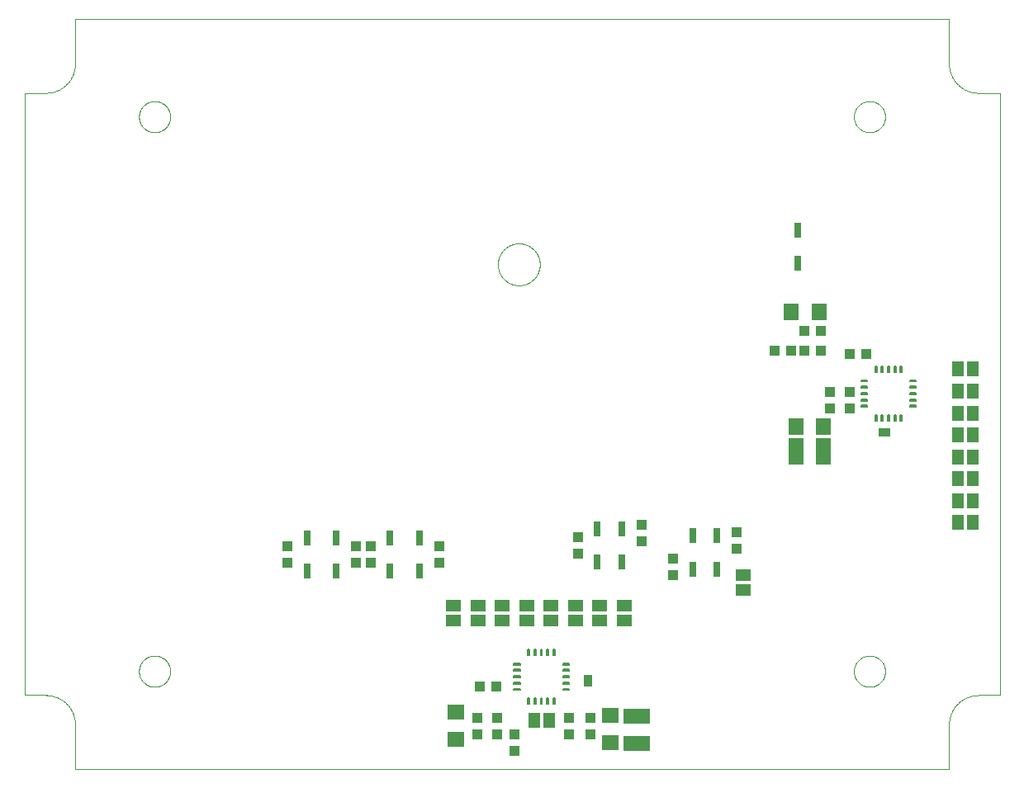
<source format=gtp>
G75*
%MOIN*%
%OFA0B0*%
%FSLAX25Y25*%
%IPPOS*%
%LPD*%
%AMOC8*
5,1,8,0,0,1.08239X$1,22.5*
%
%ADD10C,0.00000*%
%ADD11R,0.04724X0.03543*%
%ADD12R,0.03543X0.04724*%
%ADD13R,0.03937X0.04331*%
%ADD14R,0.04331X0.03937*%
%ADD15R,0.07087X0.06299*%
%ADD16C,0.00591*%
%ADD17R,0.06300X0.04600*%
%ADD18R,0.04600X0.06300*%
%ADD19R,0.06299X0.07087*%
%ADD20R,0.03150X0.06299*%
%ADD21R,0.10630X0.06299*%
%ADD22R,0.06299X0.10630*%
D10*
X0022017Y0016053D02*
X0022017Y0034163D01*
X0022014Y0034448D01*
X0022003Y0034734D01*
X0021986Y0035019D01*
X0021962Y0035303D01*
X0021931Y0035587D01*
X0021893Y0035870D01*
X0021848Y0036151D01*
X0021797Y0036432D01*
X0021739Y0036712D01*
X0021674Y0036990D01*
X0021602Y0037266D01*
X0021524Y0037540D01*
X0021439Y0037813D01*
X0021347Y0038083D01*
X0021249Y0038351D01*
X0021145Y0038617D01*
X0021034Y0038880D01*
X0020917Y0039140D01*
X0020794Y0039398D01*
X0020664Y0039652D01*
X0020528Y0039903D01*
X0020387Y0040151D01*
X0020239Y0040395D01*
X0020086Y0040636D01*
X0019926Y0040872D01*
X0019761Y0041105D01*
X0019591Y0041334D01*
X0019415Y0041559D01*
X0019233Y0041779D01*
X0019047Y0041995D01*
X0018855Y0042206D01*
X0018658Y0042413D01*
X0018456Y0042615D01*
X0018249Y0042812D01*
X0018038Y0043004D01*
X0017822Y0043190D01*
X0017602Y0043372D01*
X0017377Y0043548D01*
X0017148Y0043718D01*
X0016915Y0043883D01*
X0016679Y0044043D01*
X0016438Y0044196D01*
X0016194Y0044344D01*
X0015946Y0044485D01*
X0015695Y0044621D01*
X0015441Y0044751D01*
X0015183Y0044874D01*
X0014923Y0044991D01*
X0014660Y0045102D01*
X0014394Y0045206D01*
X0014126Y0045304D01*
X0013856Y0045396D01*
X0013583Y0045481D01*
X0013309Y0045559D01*
X0013033Y0045631D01*
X0012755Y0045696D01*
X0012475Y0045754D01*
X0012194Y0045805D01*
X0011913Y0045850D01*
X0011630Y0045888D01*
X0011346Y0045919D01*
X0011062Y0045943D01*
X0010777Y0045960D01*
X0010491Y0045971D01*
X0010206Y0045974D01*
X0010206Y0045975D02*
X0001545Y0045975D01*
X0001545Y0289282D01*
X0010206Y0289282D01*
X0010491Y0289285D01*
X0010777Y0289296D01*
X0011062Y0289313D01*
X0011346Y0289337D01*
X0011630Y0289368D01*
X0011913Y0289406D01*
X0012194Y0289451D01*
X0012475Y0289502D01*
X0012755Y0289560D01*
X0013033Y0289625D01*
X0013309Y0289697D01*
X0013583Y0289775D01*
X0013856Y0289860D01*
X0014126Y0289952D01*
X0014394Y0290050D01*
X0014660Y0290154D01*
X0014923Y0290265D01*
X0015183Y0290382D01*
X0015441Y0290505D01*
X0015695Y0290635D01*
X0015946Y0290771D01*
X0016194Y0290912D01*
X0016438Y0291060D01*
X0016679Y0291213D01*
X0016915Y0291373D01*
X0017148Y0291538D01*
X0017377Y0291708D01*
X0017602Y0291884D01*
X0017822Y0292066D01*
X0018038Y0292252D01*
X0018249Y0292444D01*
X0018456Y0292641D01*
X0018658Y0292843D01*
X0018855Y0293050D01*
X0019047Y0293261D01*
X0019233Y0293477D01*
X0019415Y0293697D01*
X0019591Y0293922D01*
X0019761Y0294151D01*
X0019926Y0294384D01*
X0020086Y0294620D01*
X0020239Y0294861D01*
X0020387Y0295105D01*
X0020528Y0295353D01*
X0020664Y0295604D01*
X0020794Y0295858D01*
X0020917Y0296116D01*
X0021034Y0296376D01*
X0021145Y0296639D01*
X0021249Y0296905D01*
X0021347Y0297173D01*
X0021439Y0297443D01*
X0021524Y0297716D01*
X0021602Y0297990D01*
X0021674Y0298266D01*
X0021739Y0298544D01*
X0021797Y0298824D01*
X0021848Y0299105D01*
X0021893Y0299386D01*
X0021931Y0299669D01*
X0021962Y0299953D01*
X0021986Y0300237D01*
X0022003Y0300522D01*
X0022014Y0300808D01*
X0022017Y0301093D01*
X0022017Y0319203D01*
X0374773Y0319203D01*
X0374773Y0301093D01*
X0374776Y0300808D01*
X0374787Y0300522D01*
X0374804Y0300237D01*
X0374828Y0299953D01*
X0374859Y0299669D01*
X0374897Y0299386D01*
X0374942Y0299105D01*
X0374993Y0298824D01*
X0375051Y0298544D01*
X0375116Y0298266D01*
X0375188Y0297990D01*
X0375266Y0297716D01*
X0375351Y0297443D01*
X0375443Y0297173D01*
X0375541Y0296905D01*
X0375645Y0296639D01*
X0375756Y0296376D01*
X0375873Y0296116D01*
X0375996Y0295858D01*
X0376126Y0295604D01*
X0376262Y0295353D01*
X0376403Y0295105D01*
X0376551Y0294861D01*
X0376704Y0294620D01*
X0376864Y0294384D01*
X0377029Y0294151D01*
X0377199Y0293922D01*
X0377375Y0293697D01*
X0377557Y0293477D01*
X0377743Y0293261D01*
X0377935Y0293050D01*
X0378132Y0292843D01*
X0378334Y0292641D01*
X0378541Y0292444D01*
X0378752Y0292252D01*
X0378968Y0292066D01*
X0379188Y0291884D01*
X0379413Y0291708D01*
X0379642Y0291538D01*
X0379875Y0291373D01*
X0380111Y0291213D01*
X0380352Y0291060D01*
X0380596Y0290912D01*
X0380844Y0290771D01*
X0381095Y0290635D01*
X0381349Y0290505D01*
X0381607Y0290382D01*
X0381867Y0290265D01*
X0382130Y0290154D01*
X0382396Y0290050D01*
X0382664Y0289952D01*
X0382934Y0289860D01*
X0383207Y0289775D01*
X0383481Y0289697D01*
X0383757Y0289625D01*
X0384035Y0289560D01*
X0384315Y0289502D01*
X0384596Y0289451D01*
X0384877Y0289406D01*
X0385160Y0289368D01*
X0385444Y0289337D01*
X0385728Y0289313D01*
X0386013Y0289296D01*
X0386299Y0289285D01*
X0386584Y0289282D01*
X0395245Y0289282D01*
X0395245Y0045975D01*
X0386584Y0045975D01*
X0386584Y0045974D02*
X0386299Y0045971D01*
X0386013Y0045960D01*
X0385728Y0045943D01*
X0385444Y0045919D01*
X0385160Y0045888D01*
X0384877Y0045850D01*
X0384596Y0045805D01*
X0384315Y0045754D01*
X0384035Y0045696D01*
X0383757Y0045631D01*
X0383481Y0045559D01*
X0383207Y0045481D01*
X0382934Y0045396D01*
X0382664Y0045304D01*
X0382396Y0045206D01*
X0382130Y0045102D01*
X0381867Y0044991D01*
X0381607Y0044874D01*
X0381349Y0044751D01*
X0381095Y0044621D01*
X0380844Y0044485D01*
X0380596Y0044344D01*
X0380352Y0044196D01*
X0380111Y0044043D01*
X0379875Y0043883D01*
X0379642Y0043718D01*
X0379413Y0043548D01*
X0379188Y0043372D01*
X0378968Y0043190D01*
X0378752Y0043004D01*
X0378541Y0042812D01*
X0378334Y0042615D01*
X0378132Y0042413D01*
X0377935Y0042206D01*
X0377743Y0041995D01*
X0377557Y0041779D01*
X0377375Y0041559D01*
X0377199Y0041334D01*
X0377029Y0041105D01*
X0376864Y0040872D01*
X0376704Y0040636D01*
X0376551Y0040395D01*
X0376403Y0040151D01*
X0376262Y0039903D01*
X0376126Y0039652D01*
X0375996Y0039398D01*
X0375873Y0039140D01*
X0375756Y0038880D01*
X0375645Y0038617D01*
X0375541Y0038351D01*
X0375443Y0038083D01*
X0375351Y0037813D01*
X0375266Y0037540D01*
X0375188Y0037266D01*
X0375116Y0036990D01*
X0375051Y0036712D01*
X0374993Y0036432D01*
X0374942Y0036151D01*
X0374897Y0035870D01*
X0374859Y0035587D01*
X0374828Y0035303D01*
X0374804Y0035019D01*
X0374787Y0034734D01*
X0374776Y0034448D01*
X0374773Y0034163D01*
X0374773Y0016053D01*
X0022017Y0016053D01*
X0010600Y0045975D02*
X0010206Y0045975D01*
X0047805Y0055620D02*
X0047807Y0055778D01*
X0047813Y0055936D01*
X0047823Y0056094D01*
X0047837Y0056252D01*
X0047855Y0056409D01*
X0047876Y0056566D01*
X0047902Y0056722D01*
X0047932Y0056878D01*
X0047965Y0057033D01*
X0048003Y0057186D01*
X0048044Y0057339D01*
X0048089Y0057491D01*
X0048138Y0057642D01*
X0048191Y0057791D01*
X0048247Y0057939D01*
X0048307Y0058085D01*
X0048371Y0058230D01*
X0048439Y0058373D01*
X0048510Y0058515D01*
X0048584Y0058655D01*
X0048662Y0058792D01*
X0048744Y0058928D01*
X0048828Y0059062D01*
X0048917Y0059193D01*
X0049008Y0059322D01*
X0049103Y0059449D01*
X0049200Y0059574D01*
X0049301Y0059696D01*
X0049405Y0059815D01*
X0049512Y0059932D01*
X0049622Y0060046D01*
X0049735Y0060157D01*
X0049850Y0060266D01*
X0049968Y0060371D01*
X0050089Y0060473D01*
X0050212Y0060573D01*
X0050338Y0060669D01*
X0050466Y0060762D01*
X0050596Y0060852D01*
X0050729Y0060938D01*
X0050864Y0061022D01*
X0051000Y0061101D01*
X0051139Y0061178D01*
X0051280Y0061250D01*
X0051422Y0061320D01*
X0051566Y0061385D01*
X0051712Y0061447D01*
X0051859Y0061505D01*
X0052008Y0061560D01*
X0052158Y0061611D01*
X0052309Y0061658D01*
X0052461Y0061701D01*
X0052614Y0061740D01*
X0052769Y0061776D01*
X0052924Y0061807D01*
X0053080Y0061835D01*
X0053236Y0061859D01*
X0053393Y0061879D01*
X0053551Y0061895D01*
X0053708Y0061907D01*
X0053867Y0061915D01*
X0054025Y0061919D01*
X0054183Y0061919D01*
X0054341Y0061915D01*
X0054500Y0061907D01*
X0054657Y0061895D01*
X0054815Y0061879D01*
X0054972Y0061859D01*
X0055128Y0061835D01*
X0055284Y0061807D01*
X0055439Y0061776D01*
X0055594Y0061740D01*
X0055747Y0061701D01*
X0055899Y0061658D01*
X0056050Y0061611D01*
X0056200Y0061560D01*
X0056349Y0061505D01*
X0056496Y0061447D01*
X0056642Y0061385D01*
X0056786Y0061320D01*
X0056928Y0061250D01*
X0057069Y0061178D01*
X0057208Y0061101D01*
X0057344Y0061022D01*
X0057479Y0060938D01*
X0057612Y0060852D01*
X0057742Y0060762D01*
X0057870Y0060669D01*
X0057996Y0060573D01*
X0058119Y0060473D01*
X0058240Y0060371D01*
X0058358Y0060266D01*
X0058473Y0060157D01*
X0058586Y0060046D01*
X0058696Y0059932D01*
X0058803Y0059815D01*
X0058907Y0059696D01*
X0059008Y0059574D01*
X0059105Y0059449D01*
X0059200Y0059322D01*
X0059291Y0059193D01*
X0059380Y0059062D01*
X0059464Y0058928D01*
X0059546Y0058792D01*
X0059624Y0058655D01*
X0059698Y0058515D01*
X0059769Y0058373D01*
X0059837Y0058230D01*
X0059901Y0058085D01*
X0059961Y0057939D01*
X0060017Y0057791D01*
X0060070Y0057642D01*
X0060119Y0057491D01*
X0060164Y0057339D01*
X0060205Y0057186D01*
X0060243Y0057033D01*
X0060276Y0056878D01*
X0060306Y0056722D01*
X0060332Y0056566D01*
X0060353Y0056409D01*
X0060371Y0056252D01*
X0060385Y0056094D01*
X0060395Y0055936D01*
X0060401Y0055778D01*
X0060403Y0055620D01*
X0060401Y0055462D01*
X0060395Y0055304D01*
X0060385Y0055146D01*
X0060371Y0054988D01*
X0060353Y0054831D01*
X0060332Y0054674D01*
X0060306Y0054518D01*
X0060276Y0054362D01*
X0060243Y0054207D01*
X0060205Y0054054D01*
X0060164Y0053901D01*
X0060119Y0053749D01*
X0060070Y0053598D01*
X0060017Y0053449D01*
X0059961Y0053301D01*
X0059901Y0053155D01*
X0059837Y0053010D01*
X0059769Y0052867D01*
X0059698Y0052725D01*
X0059624Y0052585D01*
X0059546Y0052448D01*
X0059464Y0052312D01*
X0059380Y0052178D01*
X0059291Y0052047D01*
X0059200Y0051918D01*
X0059105Y0051791D01*
X0059008Y0051666D01*
X0058907Y0051544D01*
X0058803Y0051425D01*
X0058696Y0051308D01*
X0058586Y0051194D01*
X0058473Y0051083D01*
X0058358Y0050974D01*
X0058240Y0050869D01*
X0058119Y0050767D01*
X0057996Y0050667D01*
X0057870Y0050571D01*
X0057742Y0050478D01*
X0057612Y0050388D01*
X0057479Y0050302D01*
X0057344Y0050218D01*
X0057208Y0050139D01*
X0057069Y0050062D01*
X0056928Y0049990D01*
X0056786Y0049920D01*
X0056642Y0049855D01*
X0056496Y0049793D01*
X0056349Y0049735D01*
X0056200Y0049680D01*
X0056050Y0049629D01*
X0055899Y0049582D01*
X0055747Y0049539D01*
X0055594Y0049500D01*
X0055439Y0049464D01*
X0055284Y0049433D01*
X0055128Y0049405D01*
X0054972Y0049381D01*
X0054815Y0049361D01*
X0054657Y0049345D01*
X0054500Y0049333D01*
X0054341Y0049325D01*
X0054183Y0049321D01*
X0054025Y0049321D01*
X0053867Y0049325D01*
X0053708Y0049333D01*
X0053551Y0049345D01*
X0053393Y0049361D01*
X0053236Y0049381D01*
X0053080Y0049405D01*
X0052924Y0049433D01*
X0052769Y0049464D01*
X0052614Y0049500D01*
X0052461Y0049539D01*
X0052309Y0049582D01*
X0052158Y0049629D01*
X0052008Y0049680D01*
X0051859Y0049735D01*
X0051712Y0049793D01*
X0051566Y0049855D01*
X0051422Y0049920D01*
X0051280Y0049990D01*
X0051139Y0050062D01*
X0051000Y0050139D01*
X0050864Y0050218D01*
X0050729Y0050302D01*
X0050596Y0050388D01*
X0050466Y0050478D01*
X0050338Y0050571D01*
X0050212Y0050667D01*
X0050089Y0050767D01*
X0049968Y0050869D01*
X0049850Y0050974D01*
X0049735Y0051083D01*
X0049622Y0051194D01*
X0049512Y0051308D01*
X0049405Y0051425D01*
X0049301Y0051544D01*
X0049200Y0051666D01*
X0049103Y0051791D01*
X0049008Y0051918D01*
X0048917Y0052047D01*
X0048828Y0052178D01*
X0048744Y0052312D01*
X0048662Y0052448D01*
X0048584Y0052585D01*
X0048510Y0052725D01*
X0048439Y0052867D01*
X0048371Y0053010D01*
X0048307Y0053155D01*
X0048247Y0053301D01*
X0048191Y0053449D01*
X0048138Y0053598D01*
X0048089Y0053749D01*
X0048044Y0053901D01*
X0048003Y0054054D01*
X0047965Y0054207D01*
X0047932Y0054362D01*
X0047902Y0054518D01*
X0047876Y0054674D01*
X0047855Y0054831D01*
X0047837Y0054988D01*
X0047823Y0055146D01*
X0047813Y0055304D01*
X0047807Y0055462D01*
X0047805Y0055620D01*
X0192686Y0219990D02*
X0192689Y0220198D01*
X0192696Y0220405D01*
X0192709Y0220613D01*
X0192727Y0220820D01*
X0192750Y0221026D01*
X0192778Y0221232D01*
X0192811Y0221437D01*
X0192849Y0221641D01*
X0192892Y0221845D01*
X0192940Y0222047D01*
X0192993Y0222248D01*
X0193051Y0222447D01*
X0193113Y0222645D01*
X0193181Y0222842D01*
X0193253Y0223037D01*
X0193330Y0223229D01*
X0193412Y0223420D01*
X0193499Y0223609D01*
X0193590Y0223796D01*
X0193686Y0223980D01*
X0193786Y0224162D01*
X0193890Y0224342D01*
X0193999Y0224519D01*
X0194113Y0224693D01*
X0194230Y0224864D01*
X0194352Y0225033D01*
X0194478Y0225198D01*
X0194607Y0225360D01*
X0194741Y0225519D01*
X0194879Y0225675D01*
X0195020Y0225827D01*
X0195165Y0225976D01*
X0195314Y0226121D01*
X0195466Y0226262D01*
X0195622Y0226400D01*
X0195781Y0226534D01*
X0195943Y0226663D01*
X0196108Y0226789D01*
X0196277Y0226911D01*
X0196448Y0227028D01*
X0196622Y0227142D01*
X0196799Y0227251D01*
X0196979Y0227355D01*
X0197161Y0227455D01*
X0197345Y0227551D01*
X0197532Y0227642D01*
X0197721Y0227729D01*
X0197912Y0227811D01*
X0198104Y0227888D01*
X0198299Y0227960D01*
X0198496Y0228028D01*
X0198694Y0228090D01*
X0198893Y0228148D01*
X0199094Y0228201D01*
X0199296Y0228249D01*
X0199500Y0228292D01*
X0199704Y0228330D01*
X0199909Y0228363D01*
X0200115Y0228391D01*
X0200321Y0228414D01*
X0200528Y0228432D01*
X0200736Y0228445D01*
X0200943Y0228452D01*
X0201151Y0228455D01*
X0201359Y0228452D01*
X0201566Y0228445D01*
X0201774Y0228432D01*
X0201981Y0228414D01*
X0202187Y0228391D01*
X0202393Y0228363D01*
X0202598Y0228330D01*
X0202802Y0228292D01*
X0203006Y0228249D01*
X0203208Y0228201D01*
X0203409Y0228148D01*
X0203608Y0228090D01*
X0203806Y0228028D01*
X0204003Y0227960D01*
X0204198Y0227888D01*
X0204390Y0227811D01*
X0204581Y0227729D01*
X0204770Y0227642D01*
X0204957Y0227551D01*
X0205141Y0227455D01*
X0205323Y0227355D01*
X0205503Y0227251D01*
X0205680Y0227142D01*
X0205854Y0227028D01*
X0206025Y0226911D01*
X0206194Y0226789D01*
X0206359Y0226663D01*
X0206521Y0226534D01*
X0206680Y0226400D01*
X0206836Y0226262D01*
X0206988Y0226121D01*
X0207137Y0225976D01*
X0207282Y0225827D01*
X0207423Y0225675D01*
X0207561Y0225519D01*
X0207695Y0225360D01*
X0207824Y0225198D01*
X0207950Y0225033D01*
X0208072Y0224864D01*
X0208189Y0224693D01*
X0208303Y0224519D01*
X0208412Y0224342D01*
X0208516Y0224162D01*
X0208616Y0223980D01*
X0208712Y0223796D01*
X0208803Y0223609D01*
X0208890Y0223420D01*
X0208972Y0223229D01*
X0209049Y0223037D01*
X0209121Y0222842D01*
X0209189Y0222645D01*
X0209251Y0222447D01*
X0209309Y0222248D01*
X0209362Y0222047D01*
X0209410Y0221845D01*
X0209453Y0221641D01*
X0209491Y0221437D01*
X0209524Y0221232D01*
X0209552Y0221026D01*
X0209575Y0220820D01*
X0209593Y0220613D01*
X0209606Y0220405D01*
X0209613Y0220198D01*
X0209616Y0219990D01*
X0209613Y0219782D01*
X0209606Y0219575D01*
X0209593Y0219367D01*
X0209575Y0219160D01*
X0209552Y0218954D01*
X0209524Y0218748D01*
X0209491Y0218543D01*
X0209453Y0218339D01*
X0209410Y0218135D01*
X0209362Y0217933D01*
X0209309Y0217732D01*
X0209251Y0217533D01*
X0209189Y0217335D01*
X0209121Y0217138D01*
X0209049Y0216943D01*
X0208972Y0216751D01*
X0208890Y0216560D01*
X0208803Y0216371D01*
X0208712Y0216184D01*
X0208616Y0216000D01*
X0208516Y0215818D01*
X0208412Y0215638D01*
X0208303Y0215461D01*
X0208189Y0215287D01*
X0208072Y0215116D01*
X0207950Y0214947D01*
X0207824Y0214782D01*
X0207695Y0214620D01*
X0207561Y0214461D01*
X0207423Y0214305D01*
X0207282Y0214153D01*
X0207137Y0214004D01*
X0206988Y0213859D01*
X0206836Y0213718D01*
X0206680Y0213580D01*
X0206521Y0213446D01*
X0206359Y0213317D01*
X0206194Y0213191D01*
X0206025Y0213069D01*
X0205854Y0212952D01*
X0205680Y0212838D01*
X0205503Y0212729D01*
X0205323Y0212625D01*
X0205141Y0212525D01*
X0204957Y0212429D01*
X0204770Y0212338D01*
X0204581Y0212251D01*
X0204390Y0212169D01*
X0204198Y0212092D01*
X0204003Y0212020D01*
X0203806Y0211952D01*
X0203608Y0211890D01*
X0203409Y0211832D01*
X0203208Y0211779D01*
X0203006Y0211731D01*
X0202802Y0211688D01*
X0202598Y0211650D01*
X0202393Y0211617D01*
X0202187Y0211589D01*
X0201981Y0211566D01*
X0201774Y0211548D01*
X0201566Y0211535D01*
X0201359Y0211528D01*
X0201151Y0211525D01*
X0200943Y0211528D01*
X0200736Y0211535D01*
X0200528Y0211548D01*
X0200321Y0211566D01*
X0200115Y0211589D01*
X0199909Y0211617D01*
X0199704Y0211650D01*
X0199500Y0211688D01*
X0199296Y0211731D01*
X0199094Y0211779D01*
X0198893Y0211832D01*
X0198694Y0211890D01*
X0198496Y0211952D01*
X0198299Y0212020D01*
X0198104Y0212092D01*
X0197912Y0212169D01*
X0197721Y0212251D01*
X0197532Y0212338D01*
X0197345Y0212429D01*
X0197161Y0212525D01*
X0196979Y0212625D01*
X0196799Y0212729D01*
X0196622Y0212838D01*
X0196448Y0212952D01*
X0196277Y0213069D01*
X0196108Y0213191D01*
X0195943Y0213317D01*
X0195781Y0213446D01*
X0195622Y0213580D01*
X0195466Y0213718D01*
X0195314Y0213859D01*
X0195165Y0214004D01*
X0195020Y0214153D01*
X0194879Y0214305D01*
X0194741Y0214461D01*
X0194607Y0214620D01*
X0194478Y0214782D01*
X0194352Y0214947D01*
X0194230Y0215116D01*
X0194113Y0215287D01*
X0193999Y0215461D01*
X0193890Y0215638D01*
X0193786Y0215818D01*
X0193686Y0216000D01*
X0193590Y0216184D01*
X0193499Y0216371D01*
X0193412Y0216560D01*
X0193330Y0216751D01*
X0193253Y0216943D01*
X0193181Y0217138D01*
X0193113Y0217335D01*
X0193051Y0217533D01*
X0192993Y0217732D01*
X0192940Y0217933D01*
X0192892Y0218135D01*
X0192849Y0218339D01*
X0192811Y0218543D01*
X0192778Y0218748D01*
X0192750Y0218954D01*
X0192727Y0219160D01*
X0192709Y0219367D01*
X0192696Y0219575D01*
X0192689Y0219782D01*
X0192686Y0219990D01*
X0047805Y0279636D02*
X0047807Y0279794D01*
X0047813Y0279952D01*
X0047823Y0280110D01*
X0047837Y0280268D01*
X0047855Y0280425D01*
X0047876Y0280582D01*
X0047902Y0280738D01*
X0047932Y0280894D01*
X0047965Y0281049D01*
X0048003Y0281202D01*
X0048044Y0281355D01*
X0048089Y0281507D01*
X0048138Y0281658D01*
X0048191Y0281807D01*
X0048247Y0281955D01*
X0048307Y0282101D01*
X0048371Y0282246D01*
X0048439Y0282389D01*
X0048510Y0282531D01*
X0048584Y0282671D01*
X0048662Y0282808D01*
X0048744Y0282944D01*
X0048828Y0283078D01*
X0048917Y0283209D01*
X0049008Y0283338D01*
X0049103Y0283465D01*
X0049200Y0283590D01*
X0049301Y0283712D01*
X0049405Y0283831D01*
X0049512Y0283948D01*
X0049622Y0284062D01*
X0049735Y0284173D01*
X0049850Y0284282D01*
X0049968Y0284387D01*
X0050089Y0284489D01*
X0050212Y0284589D01*
X0050338Y0284685D01*
X0050466Y0284778D01*
X0050596Y0284868D01*
X0050729Y0284954D01*
X0050864Y0285038D01*
X0051000Y0285117D01*
X0051139Y0285194D01*
X0051280Y0285266D01*
X0051422Y0285336D01*
X0051566Y0285401D01*
X0051712Y0285463D01*
X0051859Y0285521D01*
X0052008Y0285576D01*
X0052158Y0285627D01*
X0052309Y0285674D01*
X0052461Y0285717D01*
X0052614Y0285756D01*
X0052769Y0285792D01*
X0052924Y0285823D01*
X0053080Y0285851D01*
X0053236Y0285875D01*
X0053393Y0285895D01*
X0053551Y0285911D01*
X0053708Y0285923D01*
X0053867Y0285931D01*
X0054025Y0285935D01*
X0054183Y0285935D01*
X0054341Y0285931D01*
X0054500Y0285923D01*
X0054657Y0285911D01*
X0054815Y0285895D01*
X0054972Y0285875D01*
X0055128Y0285851D01*
X0055284Y0285823D01*
X0055439Y0285792D01*
X0055594Y0285756D01*
X0055747Y0285717D01*
X0055899Y0285674D01*
X0056050Y0285627D01*
X0056200Y0285576D01*
X0056349Y0285521D01*
X0056496Y0285463D01*
X0056642Y0285401D01*
X0056786Y0285336D01*
X0056928Y0285266D01*
X0057069Y0285194D01*
X0057208Y0285117D01*
X0057344Y0285038D01*
X0057479Y0284954D01*
X0057612Y0284868D01*
X0057742Y0284778D01*
X0057870Y0284685D01*
X0057996Y0284589D01*
X0058119Y0284489D01*
X0058240Y0284387D01*
X0058358Y0284282D01*
X0058473Y0284173D01*
X0058586Y0284062D01*
X0058696Y0283948D01*
X0058803Y0283831D01*
X0058907Y0283712D01*
X0059008Y0283590D01*
X0059105Y0283465D01*
X0059200Y0283338D01*
X0059291Y0283209D01*
X0059380Y0283078D01*
X0059464Y0282944D01*
X0059546Y0282808D01*
X0059624Y0282671D01*
X0059698Y0282531D01*
X0059769Y0282389D01*
X0059837Y0282246D01*
X0059901Y0282101D01*
X0059961Y0281955D01*
X0060017Y0281807D01*
X0060070Y0281658D01*
X0060119Y0281507D01*
X0060164Y0281355D01*
X0060205Y0281202D01*
X0060243Y0281049D01*
X0060276Y0280894D01*
X0060306Y0280738D01*
X0060332Y0280582D01*
X0060353Y0280425D01*
X0060371Y0280268D01*
X0060385Y0280110D01*
X0060395Y0279952D01*
X0060401Y0279794D01*
X0060403Y0279636D01*
X0060401Y0279478D01*
X0060395Y0279320D01*
X0060385Y0279162D01*
X0060371Y0279004D01*
X0060353Y0278847D01*
X0060332Y0278690D01*
X0060306Y0278534D01*
X0060276Y0278378D01*
X0060243Y0278223D01*
X0060205Y0278070D01*
X0060164Y0277917D01*
X0060119Y0277765D01*
X0060070Y0277614D01*
X0060017Y0277465D01*
X0059961Y0277317D01*
X0059901Y0277171D01*
X0059837Y0277026D01*
X0059769Y0276883D01*
X0059698Y0276741D01*
X0059624Y0276601D01*
X0059546Y0276464D01*
X0059464Y0276328D01*
X0059380Y0276194D01*
X0059291Y0276063D01*
X0059200Y0275934D01*
X0059105Y0275807D01*
X0059008Y0275682D01*
X0058907Y0275560D01*
X0058803Y0275441D01*
X0058696Y0275324D01*
X0058586Y0275210D01*
X0058473Y0275099D01*
X0058358Y0274990D01*
X0058240Y0274885D01*
X0058119Y0274783D01*
X0057996Y0274683D01*
X0057870Y0274587D01*
X0057742Y0274494D01*
X0057612Y0274404D01*
X0057479Y0274318D01*
X0057344Y0274234D01*
X0057208Y0274155D01*
X0057069Y0274078D01*
X0056928Y0274006D01*
X0056786Y0273936D01*
X0056642Y0273871D01*
X0056496Y0273809D01*
X0056349Y0273751D01*
X0056200Y0273696D01*
X0056050Y0273645D01*
X0055899Y0273598D01*
X0055747Y0273555D01*
X0055594Y0273516D01*
X0055439Y0273480D01*
X0055284Y0273449D01*
X0055128Y0273421D01*
X0054972Y0273397D01*
X0054815Y0273377D01*
X0054657Y0273361D01*
X0054500Y0273349D01*
X0054341Y0273341D01*
X0054183Y0273337D01*
X0054025Y0273337D01*
X0053867Y0273341D01*
X0053708Y0273349D01*
X0053551Y0273361D01*
X0053393Y0273377D01*
X0053236Y0273397D01*
X0053080Y0273421D01*
X0052924Y0273449D01*
X0052769Y0273480D01*
X0052614Y0273516D01*
X0052461Y0273555D01*
X0052309Y0273598D01*
X0052158Y0273645D01*
X0052008Y0273696D01*
X0051859Y0273751D01*
X0051712Y0273809D01*
X0051566Y0273871D01*
X0051422Y0273936D01*
X0051280Y0274006D01*
X0051139Y0274078D01*
X0051000Y0274155D01*
X0050864Y0274234D01*
X0050729Y0274318D01*
X0050596Y0274404D01*
X0050466Y0274494D01*
X0050338Y0274587D01*
X0050212Y0274683D01*
X0050089Y0274783D01*
X0049968Y0274885D01*
X0049850Y0274990D01*
X0049735Y0275099D01*
X0049622Y0275210D01*
X0049512Y0275324D01*
X0049405Y0275441D01*
X0049301Y0275560D01*
X0049200Y0275682D01*
X0049103Y0275807D01*
X0049008Y0275934D01*
X0048917Y0276063D01*
X0048828Y0276194D01*
X0048744Y0276328D01*
X0048662Y0276464D01*
X0048584Y0276601D01*
X0048510Y0276741D01*
X0048439Y0276883D01*
X0048371Y0277026D01*
X0048307Y0277171D01*
X0048247Y0277317D01*
X0048191Y0277465D01*
X0048138Y0277614D01*
X0048089Y0277765D01*
X0048044Y0277917D01*
X0048003Y0278070D01*
X0047965Y0278223D01*
X0047932Y0278378D01*
X0047902Y0278534D01*
X0047876Y0278690D01*
X0047855Y0278847D01*
X0047837Y0279004D01*
X0047823Y0279162D01*
X0047813Y0279320D01*
X0047807Y0279478D01*
X0047805Y0279636D01*
X0336387Y0279636D02*
X0336389Y0279794D01*
X0336395Y0279952D01*
X0336405Y0280110D01*
X0336419Y0280268D01*
X0336437Y0280425D01*
X0336458Y0280582D01*
X0336484Y0280738D01*
X0336514Y0280894D01*
X0336547Y0281049D01*
X0336585Y0281202D01*
X0336626Y0281355D01*
X0336671Y0281507D01*
X0336720Y0281658D01*
X0336773Y0281807D01*
X0336829Y0281955D01*
X0336889Y0282101D01*
X0336953Y0282246D01*
X0337021Y0282389D01*
X0337092Y0282531D01*
X0337166Y0282671D01*
X0337244Y0282808D01*
X0337326Y0282944D01*
X0337410Y0283078D01*
X0337499Y0283209D01*
X0337590Y0283338D01*
X0337685Y0283465D01*
X0337782Y0283590D01*
X0337883Y0283712D01*
X0337987Y0283831D01*
X0338094Y0283948D01*
X0338204Y0284062D01*
X0338317Y0284173D01*
X0338432Y0284282D01*
X0338550Y0284387D01*
X0338671Y0284489D01*
X0338794Y0284589D01*
X0338920Y0284685D01*
X0339048Y0284778D01*
X0339178Y0284868D01*
X0339311Y0284954D01*
X0339446Y0285038D01*
X0339582Y0285117D01*
X0339721Y0285194D01*
X0339862Y0285266D01*
X0340004Y0285336D01*
X0340148Y0285401D01*
X0340294Y0285463D01*
X0340441Y0285521D01*
X0340590Y0285576D01*
X0340740Y0285627D01*
X0340891Y0285674D01*
X0341043Y0285717D01*
X0341196Y0285756D01*
X0341351Y0285792D01*
X0341506Y0285823D01*
X0341662Y0285851D01*
X0341818Y0285875D01*
X0341975Y0285895D01*
X0342133Y0285911D01*
X0342290Y0285923D01*
X0342449Y0285931D01*
X0342607Y0285935D01*
X0342765Y0285935D01*
X0342923Y0285931D01*
X0343082Y0285923D01*
X0343239Y0285911D01*
X0343397Y0285895D01*
X0343554Y0285875D01*
X0343710Y0285851D01*
X0343866Y0285823D01*
X0344021Y0285792D01*
X0344176Y0285756D01*
X0344329Y0285717D01*
X0344481Y0285674D01*
X0344632Y0285627D01*
X0344782Y0285576D01*
X0344931Y0285521D01*
X0345078Y0285463D01*
X0345224Y0285401D01*
X0345368Y0285336D01*
X0345510Y0285266D01*
X0345651Y0285194D01*
X0345790Y0285117D01*
X0345926Y0285038D01*
X0346061Y0284954D01*
X0346194Y0284868D01*
X0346324Y0284778D01*
X0346452Y0284685D01*
X0346578Y0284589D01*
X0346701Y0284489D01*
X0346822Y0284387D01*
X0346940Y0284282D01*
X0347055Y0284173D01*
X0347168Y0284062D01*
X0347278Y0283948D01*
X0347385Y0283831D01*
X0347489Y0283712D01*
X0347590Y0283590D01*
X0347687Y0283465D01*
X0347782Y0283338D01*
X0347873Y0283209D01*
X0347962Y0283078D01*
X0348046Y0282944D01*
X0348128Y0282808D01*
X0348206Y0282671D01*
X0348280Y0282531D01*
X0348351Y0282389D01*
X0348419Y0282246D01*
X0348483Y0282101D01*
X0348543Y0281955D01*
X0348599Y0281807D01*
X0348652Y0281658D01*
X0348701Y0281507D01*
X0348746Y0281355D01*
X0348787Y0281202D01*
X0348825Y0281049D01*
X0348858Y0280894D01*
X0348888Y0280738D01*
X0348914Y0280582D01*
X0348935Y0280425D01*
X0348953Y0280268D01*
X0348967Y0280110D01*
X0348977Y0279952D01*
X0348983Y0279794D01*
X0348985Y0279636D01*
X0348983Y0279478D01*
X0348977Y0279320D01*
X0348967Y0279162D01*
X0348953Y0279004D01*
X0348935Y0278847D01*
X0348914Y0278690D01*
X0348888Y0278534D01*
X0348858Y0278378D01*
X0348825Y0278223D01*
X0348787Y0278070D01*
X0348746Y0277917D01*
X0348701Y0277765D01*
X0348652Y0277614D01*
X0348599Y0277465D01*
X0348543Y0277317D01*
X0348483Y0277171D01*
X0348419Y0277026D01*
X0348351Y0276883D01*
X0348280Y0276741D01*
X0348206Y0276601D01*
X0348128Y0276464D01*
X0348046Y0276328D01*
X0347962Y0276194D01*
X0347873Y0276063D01*
X0347782Y0275934D01*
X0347687Y0275807D01*
X0347590Y0275682D01*
X0347489Y0275560D01*
X0347385Y0275441D01*
X0347278Y0275324D01*
X0347168Y0275210D01*
X0347055Y0275099D01*
X0346940Y0274990D01*
X0346822Y0274885D01*
X0346701Y0274783D01*
X0346578Y0274683D01*
X0346452Y0274587D01*
X0346324Y0274494D01*
X0346194Y0274404D01*
X0346061Y0274318D01*
X0345926Y0274234D01*
X0345790Y0274155D01*
X0345651Y0274078D01*
X0345510Y0274006D01*
X0345368Y0273936D01*
X0345224Y0273871D01*
X0345078Y0273809D01*
X0344931Y0273751D01*
X0344782Y0273696D01*
X0344632Y0273645D01*
X0344481Y0273598D01*
X0344329Y0273555D01*
X0344176Y0273516D01*
X0344021Y0273480D01*
X0343866Y0273449D01*
X0343710Y0273421D01*
X0343554Y0273397D01*
X0343397Y0273377D01*
X0343239Y0273361D01*
X0343082Y0273349D01*
X0342923Y0273341D01*
X0342765Y0273337D01*
X0342607Y0273337D01*
X0342449Y0273341D01*
X0342290Y0273349D01*
X0342133Y0273361D01*
X0341975Y0273377D01*
X0341818Y0273397D01*
X0341662Y0273421D01*
X0341506Y0273449D01*
X0341351Y0273480D01*
X0341196Y0273516D01*
X0341043Y0273555D01*
X0340891Y0273598D01*
X0340740Y0273645D01*
X0340590Y0273696D01*
X0340441Y0273751D01*
X0340294Y0273809D01*
X0340148Y0273871D01*
X0340004Y0273936D01*
X0339862Y0274006D01*
X0339721Y0274078D01*
X0339582Y0274155D01*
X0339446Y0274234D01*
X0339311Y0274318D01*
X0339178Y0274404D01*
X0339048Y0274494D01*
X0338920Y0274587D01*
X0338794Y0274683D01*
X0338671Y0274783D01*
X0338550Y0274885D01*
X0338432Y0274990D01*
X0338317Y0275099D01*
X0338204Y0275210D01*
X0338094Y0275324D01*
X0337987Y0275441D01*
X0337883Y0275560D01*
X0337782Y0275682D01*
X0337685Y0275807D01*
X0337590Y0275934D01*
X0337499Y0276063D01*
X0337410Y0276194D01*
X0337326Y0276328D01*
X0337244Y0276464D01*
X0337166Y0276601D01*
X0337092Y0276741D01*
X0337021Y0276883D01*
X0336953Y0277026D01*
X0336889Y0277171D01*
X0336829Y0277317D01*
X0336773Y0277465D01*
X0336720Y0277614D01*
X0336671Y0277765D01*
X0336626Y0277917D01*
X0336585Y0278070D01*
X0336547Y0278223D01*
X0336514Y0278378D01*
X0336484Y0278534D01*
X0336458Y0278690D01*
X0336437Y0278847D01*
X0336419Y0279004D01*
X0336405Y0279162D01*
X0336395Y0279320D01*
X0336389Y0279478D01*
X0336387Y0279636D01*
X0336387Y0055620D02*
X0336389Y0055778D01*
X0336395Y0055936D01*
X0336405Y0056094D01*
X0336419Y0056252D01*
X0336437Y0056409D01*
X0336458Y0056566D01*
X0336484Y0056722D01*
X0336514Y0056878D01*
X0336547Y0057033D01*
X0336585Y0057186D01*
X0336626Y0057339D01*
X0336671Y0057491D01*
X0336720Y0057642D01*
X0336773Y0057791D01*
X0336829Y0057939D01*
X0336889Y0058085D01*
X0336953Y0058230D01*
X0337021Y0058373D01*
X0337092Y0058515D01*
X0337166Y0058655D01*
X0337244Y0058792D01*
X0337326Y0058928D01*
X0337410Y0059062D01*
X0337499Y0059193D01*
X0337590Y0059322D01*
X0337685Y0059449D01*
X0337782Y0059574D01*
X0337883Y0059696D01*
X0337987Y0059815D01*
X0338094Y0059932D01*
X0338204Y0060046D01*
X0338317Y0060157D01*
X0338432Y0060266D01*
X0338550Y0060371D01*
X0338671Y0060473D01*
X0338794Y0060573D01*
X0338920Y0060669D01*
X0339048Y0060762D01*
X0339178Y0060852D01*
X0339311Y0060938D01*
X0339446Y0061022D01*
X0339582Y0061101D01*
X0339721Y0061178D01*
X0339862Y0061250D01*
X0340004Y0061320D01*
X0340148Y0061385D01*
X0340294Y0061447D01*
X0340441Y0061505D01*
X0340590Y0061560D01*
X0340740Y0061611D01*
X0340891Y0061658D01*
X0341043Y0061701D01*
X0341196Y0061740D01*
X0341351Y0061776D01*
X0341506Y0061807D01*
X0341662Y0061835D01*
X0341818Y0061859D01*
X0341975Y0061879D01*
X0342133Y0061895D01*
X0342290Y0061907D01*
X0342449Y0061915D01*
X0342607Y0061919D01*
X0342765Y0061919D01*
X0342923Y0061915D01*
X0343082Y0061907D01*
X0343239Y0061895D01*
X0343397Y0061879D01*
X0343554Y0061859D01*
X0343710Y0061835D01*
X0343866Y0061807D01*
X0344021Y0061776D01*
X0344176Y0061740D01*
X0344329Y0061701D01*
X0344481Y0061658D01*
X0344632Y0061611D01*
X0344782Y0061560D01*
X0344931Y0061505D01*
X0345078Y0061447D01*
X0345224Y0061385D01*
X0345368Y0061320D01*
X0345510Y0061250D01*
X0345651Y0061178D01*
X0345790Y0061101D01*
X0345926Y0061022D01*
X0346061Y0060938D01*
X0346194Y0060852D01*
X0346324Y0060762D01*
X0346452Y0060669D01*
X0346578Y0060573D01*
X0346701Y0060473D01*
X0346822Y0060371D01*
X0346940Y0060266D01*
X0347055Y0060157D01*
X0347168Y0060046D01*
X0347278Y0059932D01*
X0347385Y0059815D01*
X0347489Y0059696D01*
X0347590Y0059574D01*
X0347687Y0059449D01*
X0347782Y0059322D01*
X0347873Y0059193D01*
X0347962Y0059062D01*
X0348046Y0058928D01*
X0348128Y0058792D01*
X0348206Y0058655D01*
X0348280Y0058515D01*
X0348351Y0058373D01*
X0348419Y0058230D01*
X0348483Y0058085D01*
X0348543Y0057939D01*
X0348599Y0057791D01*
X0348652Y0057642D01*
X0348701Y0057491D01*
X0348746Y0057339D01*
X0348787Y0057186D01*
X0348825Y0057033D01*
X0348858Y0056878D01*
X0348888Y0056722D01*
X0348914Y0056566D01*
X0348935Y0056409D01*
X0348953Y0056252D01*
X0348967Y0056094D01*
X0348977Y0055936D01*
X0348983Y0055778D01*
X0348985Y0055620D01*
X0348983Y0055462D01*
X0348977Y0055304D01*
X0348967Y0055146D01*
X0348953Y0054988D01*
X0348935Y0054831D01*
X0348914Y0054674D01*
X0348888Y0054518D01*
X0348858Y0054362D01*
X0348825Y0054207D01*
X0348787Y0054054D01*
X0348746Y0053901D01*
X0348701Y0053749D01*
X0348652Y0053598D01*
X0348599Y0053449D01*
X0348543Y0053301D01*
X0348483Y0053155D01*
X0348419Y0053010D01*
X0348351Y0052867D01*
X0348280Y0052725D01*
X0348206Y0052585D01*
X0348128Y0052448D01*
X0348046Y0052312D01*
X0347962Y0052178D01*
X0347873Y0052047D01*
X0347782Y0051918D01*
X0347687Y0051791D01*
X0347590Y0051666D01*
X0347489Y0051544D01*
X0347385Y0051425D01*
X0347278Y0051308D01*
X0347168Y0051194D01*
X0347055Y0051083D01*
X0346940Y0050974D01*
X0346822Y0050869D01*
X0346701Y0050767D01*
X0346578Y0050667D01*
X0346452Y0050571D01*
X0346324Y0050478D01*
X0346194Y0050388D01*
X0346061Y0050302D01*
X0345926Y0050218D01*
X0345790Y0050139D01*
X0345651Y0050062D01*
X0345510Y0049990D01*
X0345368Y0049920D01*
X0345224Y0049855D01*
X0345078Y0049793D01*
X0344931Y0049735D01*
X0344782Y0049680D01*
X0344632Y0049629D01*
X0344481Y0049582D01*
X0344329Y0049539D01*
X0344176Y0049500D01*
X0344021Y0049464D01*
X0343866Y0049433D01*
X0343710Y0049405D01*
X0343554Y0049381D01*
X0343397Y0049361D01*
X0343239Y0049345D01*
X0343082Y0049333D01*
X0342923Y0049325D01*
X0342765Y0049321D01*
X0342607Y0049321D01*
X0342449Y0049325D01*
X0342290Y0049333D01*
X0342133Y0049345D01*
X0341975Y0049361D01*
X0341818Y0049381D01*
X0341662Y0049405D01*
X0341506Y0049433D01*
X0341351Y0049464D01*
X0341196Y0049500D01*
X0341043Y0049539D01*
X0340891Y0049582D01*
X0340740Y0049629D01*
X0340590Y0049680D01*
X0340441Y0049735D01*
X0340294Y0049793D01*
X0340148Y0049855D01*
X0340004Y0049920D01*
X0339862Y0049990D01*
X0339721Y0050062D01*
X0339582Y0050139D01*
X0339446Y0050218D01*
X0339311Y0050302D01*
X0339178Y0050388D01*
X0339048Y0050478D01*
X0338920Y0050571D01*
X0338794Y0050667D01*
X0338671Y0050767D01*
X0338550Y0050869D01*
X0338432Y0050974D01*
X0338317Y0051083D01*
X0338204Y0051194D01*
X0338094Y0051308D01*
X0337987Y0051425D01*
X0337883Y0051544D01*
X0337782Y0051666D01*
X0337685Y0051791D01*
X0337590Y0051918D01*
X0337499Y0052047D01*
X0337410Y0052178D01*
X0337326Y0052312D01*
X0337244Y0052448D01*
X0337166Y0052585D01*
X0337092Y0052725D01*
X0337021Y0052867D01*
X0336953Y0053010D01*
X0336889Y0053155D01*
X0336829Y0053301D01*
X0336773Y0053449D01*
X0336720Y0053598D01*
X0336671Y0053749D01*
X0336626Y0053901D01*
X0336585Y0054054D01*
X0336547Y0054207D01*
X0336514Y0054362D01*
X0336484Y0054518D01*
X0336458Y0054674D01*
X0336437Y0054831D01*
X0336419Y0054988D01*
X0336405Y0055146D01*
X0336395Y0055304D01*
X0336389Y0055462D01*
X0336387Y0055620D01*
D11*
X0348789Y0152077D03*
D12*
X0228907Y0051880D03*
D13*
X0229891Y0036723D03*
X0229891Y0030030D03*
X0221230Y0030030D03*
X0221230Y0036723D03*
X0199379Y0030030D03*
X0199379Y0023337D03*
X0184222Y0030030D03*
X0184222Y0036723D03*
X0168867Y0099321D03*
X0168867Y0106014D03*
X0141308Y0106014D03*
X0135403Y0106014D03*
X0135403Y0099321D03*
X0141308Y0099321D03*
X0107844Y0099321D03*
X0107844Y0106014D03*
X0224970Y0103258D03*
X0224970Y0109951D03*
X0250560Y0108179D03*
X0250560Y0114872D03*
X0263356Y0101093D03*
X0263356Y0094400D03*
X0288946Y0105226D03*
X0288946Y0111919D03*
X0326608Y0161809D03*
X0326608Y0168502D03*
X0334608Y0168502D03*
X0334608Y0161809D03*
X0323198Y0185148D03*
X0316505Y0185148D03*
D14*
X0310993Y0185148D03*
X0304301Y0185148D03*
X0316505Y0193022D03*
X0323198Y0193022D03*
X0334812Y0183770D03*
X0341505Y0183770D03*
X0191899Y0049518D03*
X0185206Y0049518D03*
X0192489Y0036723D03*
X0192489Y0030030D03*
D15*
X0175560Y0028258D03*
X0175560Y0039282D03*
X0238159Y0037707D03*
X0238159Y0026683D03*
D16*
X0221230Y0048632D02*
X0218868Y0048632D01*
X0221230Y0048632D02*
X0221230Y0048042D01*
X0218868Y0048042D01*
X0218868Y0048632D01*
X0221230Y0048632D01*
X0221230Y0051191D02*
X0218868Y0051191D01*
X0221230Y0051191D02*
X0221230Y0050601D01*
X0218868Y0050601D01*
X0218868Y0051191D01*
X0221230Y0051191D01*
X0221230Y0053750D02*
X0218868Y0053750D01*
X0221230Y0053750D02*
X0221230Y0053160D01*
X0218868Y0053160D01*
X0218868Y0053750D01*
X0221230Y0053750D01*
X0221230Y0056309D02*
X0218868Y0056309D01*
X0221230Y0056309D02*
X0221230Y0055719D01*
X0218868Y0055719D01*
X0218868Y0056309D01*
X0221230Y0056309D01*
X0221230Y0058868D02*
X0218868Y0058868D01*
X0221230Y0058868D02*
X0221230Y0058278D01*
X0218868Y0058278D01*
X0218868Y0058868D01*
X0221230Y0058868D01*
X0215619Y0064478D02*
X0215029Y0064478D01*
X0215619Y0064478D02*
X0215619Y0062116D01*
X0215029Y0062116D01*
X0215029Y0064478D01*
X0215029Y0062706D02*
X0215619Y0062706D01*
X0215619Y0063296D02*
X0215029Y0063296D01*
X0215029Y0063886D02*
X0215619Y0063886D01*
X0215619Y0064476D02*
X0215029Y0064476D01*
X0213060Y0064478D02*
X0212470Y0064478D01*
X0213060Y0064478D02*
X0213060Y0062116D01*
X0212470Y0062116D01*
X0212470Y0064478D01*
X0212470Y0062706D02*
X0213060Y0062706D01*
X0213060Y0063296D02*
X0212470Y0063296D01*
X0212470Y0063886D02*
X0213060Y0063886D01*
X0213060Y0064476D02*
X0212470Y0064476D01*
X0210501Y0064478D02*
X0209911Y0064478D01*
X0210501Y0064478D02*
X0210501Y0062116D01*
X0209911Y0062116D01*
X0209911Y0064478D01*
X0209911Y0062706D02*
X0210501Y0062706D01*
X0210501Y0063296D02*
X0209911Y0063296D01*
X0209911Y0063886D02*
X0210501Y0063886D01*
X0210501Y0064476D02*
X0209911Y0064476D01*
X0207942Y0064478D02*
X0207352Y0064478D01*
X0207942Y0064478D02*
X0207942Y0062116D01*
X0207352Y0062116D01*
X0207352Y0064478D01*
X0207352Y0062706D02*
X0207942Y0062706D01*
X0207942Y0063296D02*
X0207352Y0063296D01*
X0207352Y0063886D02*
X0207942Y0063886D01*
X0207942Y0064476D02*
X0207352Y0064476D01*
X0205383Y0064478D02*
X0204793Y0064478D01*
X0205383Y0064478D02*
X0205383Y0062116D01*
X0204793Y0062116D01*
X0204793Y0064478D01*
X0204793Y0062706D02*
X0205383Y0062706D01*
X0205383Y0063296D02*
X0204793Y0063296D01*
X0204793Y0063886D02*
X0205383Y0063886D01*
X0205383Y0064476D02*
X0204793Y0064476D01*
X0201545Y0058868D02*
X0199183Y0058868D01*
X0201545Y0058868D02*
X0201545Y0058278D01*
X0199183Y0058278D01*
X0199183Y0058868D01*
X0201545Y0058868D01*
X0201545Y0056309D02*
X0199183Y0056309D01*
X0201545Y0056309D02*
X0201545Y0055719D01*
X0199183Y0055719D01*
X0199183Y0056309D01*
X0201545Y0056309D01*
X0201545Y0053750D02*
X0199183Y0053750D01*
X0201545Y0053750D02*
X0201545Y0053160D01*
X0199183Y0053160D01*
X0199183Y0053750D01*
X0201545Y0053750D01*
X0201545Y0051191D02*
X0199183Y0051191D01*
X0201545Y0051191D02*
X0201545Y0050601D01*
X0199183Y0050601D01*
X0199183Y0051191D01*
X0201545Y0051191D01*
X0201545Y0048632D02*
X0199183Y0048632D01*
X0201545Y0048632D02*
X0201545Y0048042D01*
X0199183Y0048042D01*
X0199183Y0048632D01*
X0201545Y0048632D01*
X0204793Y0044793D02*
X0205383Y0044793D01*
X0205383Y0042431D01*
X0204793Y0042431D01*
X0204793Y0044793D01*
X0204793Y0043021D02*
X0205383Y0043021D01*
X0205383Y0043611D02*
X0204793Y0043611D01*
X0204793Y0044201D02*
X0205383Y0044201D01*
X0205383Y0044791D02*
X0204793Y0044791D01*
X0207352Y0044793D02*
X0207942Y0044793D01*
X0207942Y0042431D01*
X0207352Y0042431D01*
X0207352Y0044793D01*
X0207352Y0043021D02*
X0207942Y0043021D01*
X0207942Y0043611D02*
X0207352Y0043611D01*
X0207352Y0044201D02*
X0207942Y0044201D01*
X0207942Y0044791D02*
X0207352Y0044791D01*
X0209911Y0044793D02*
X0210501Y0044793D01*
X0210501Y0042431D01*
X0209911Y0042431D01*
X0209911Y0044793D01*
X0209911Y0043021D02*
X0210501Y0043021D01*
X0210501Y0043611D02*
X0209911Y0043611D01*
X0209911Y0044201D02*
X0210501Y0044201D01*
X0210501Y0044791D02*
X0209911Y0044791D01*
X0212470Y0044793D02*
X0213060Y0044793D01*
X0213060Y0042431D01*
X0212470Y0042431D01*
X0212470Y0044793D01*
X0212470Y0043021D02*
X0213060Y0043021D01*
X0213060Y0043611D02*
X0212470Y0043611D01*
X0212470Y0044201D02*
X0213060Y0044201D01*
X0213060Y0044791D02*
X0212470Y0044791D01*
X0215029Y0044793D02*
X0215619Y0044793D01*
X0215619Y0042431D01*
X0215029Y0042431D01*
X0215029Y0044793D01*
X0215029Y0043021D02*
X0215619Y0043021D01*
X0215619Y0043611D02*
X0215029Y0043611D01*
X0215029Y0044201D02*
X0215619Y0044201D01*
X0215619Y0044791D02*
X0215029Y0044791D01*
X0345540Y0156801D02*
X0345540Y0159163D01*
X0345540Y0156801D02*
X0344950Y0156801D01*
X0344950Y0159163D01*
X0345540Y0159163D01*
X0345540Y0157391D02*
X0344950Y0157391D01*
X0344950Y0157981D02*
X0345540Y0157981D01*
X0345540Y0158571D02*
X0344950Y0158571D01*
X0344950Y0159161D02*
X0345540Y0159161D01*
X0348099Y0159163D02*
X0348099Y0156801D01*
X0347509Y0156801D01*
X0347509Y0159163D01*
X0348099Y0159163D01*
X0348099Y0157391D02*
X0347509Y0157391D01*
X0347509Y0157981D02*
X0348099Y0157981D01*
X0348099Y0158571D02*
X0347509Y0158571D01*
X0347509Y0159161D02*
X0348099Y0159161D01*
X0350659Y0159163D02*
X0350659Y0156801D01*
X0350069Y0156801D01*
X0350069Y0159163D01*
X0350659Y0159163D01*
X0350659Y0157391D02*
X0350069Y0157391D01*
X0350069Y0157981D02*
X0350659Y0157981D01*
X0350659Y0158571D02*
X0350069Y0158571D01*
X0350069Y0159161D02*
X0350659Y0159161D01*
X0353218Y0159163D02*
X0353218Y0156801D01*
X0352628Y0156801D01*
X0352628Y0159163D01*
X0353218Y0159163D01*
X0353218Y0157391D02*
X0352628Y0157391D01*
X0352628Y0157981D02*
X0353218Y0157981D01*
X0353218Y0158571D02*
X0352628Y0158571D01*
X0352628Y0159161D02*
X0353218Y0159161D01*
X0355777Y0159163D02*
X0355777Y0156801D01*
X0355187Y0156801D01*
X0355187Y0159163D01*
X0355777Y0159163D01*
X0355777Y0157391D02*
X0355187Y0157391D01*
X0355187Y0157981D02*
X0355777Y0157981D01*
X0355777Y0158571D02*
X0355187Y0158571D01*
X0355187Y0159161D02*
X0355777Y0159161D01*
X0361387Y0162412D02*
X0361387Y0163002D01*
X0361387Y0162412D02*
X0359025Y0162412D01*
X0359025Y0163002D01*
X0361387Y0163002D01*
X0359025Y0163002D01*
X0361387Y0164971D02*
X0361387Y0165561D01*
X0361387Y0164971D02*
X0359025Y0164971D01*
X0359025Y0165561D01*
X0361387Y0165561D01*
X0359025Y0165561D01*
X0361387Y0167530D02*
X0361387Y0168120D01*
X0361387Y0167530D02*
X0359025Y0167530D01*
X0359025Y0168120D01*
X0361387Y0168120D01*
X0359025Y0168120D01*
X0361387Y0170089D02*
X0361387Y0170679D01*
X0361387Y0170089D02*
X0359025Y0170089D01*
X0359025Y0170679D01*
X0361387Y0170679D01*
X0359025Y0170679D01*
X0361387Y0172648D02*
X0361387Y0173238D01*
X0361387Y0172648D02*
X0359025Y0172648D01*
X0359025Y0173238D01*
X0361387Y0173238D01*
X0359025Y0173238D01*
X0355777Y0176486D02*
X0355777Y0178848D01*
X0355777Y0176486D02*
X0355187Y0176486D01*
X0355187Y0178848D01*
X0355777Y0178848D01*
X0355777Y0177076D02*
X0355187Y0177076D01*
X0355187Y0177666D02*
X0355777Y0177666D01*
X0355777Y0178256D02*
X0355187Y0178256D01*
X0355187Y0178846D02*
X0355777Y0178846D01*
X0353218Y0178848D02*
X0353218Y0176486D01*
X0352628Y0176486D01*
X0352628Y0178848D01*
X0353218Y0178848D01*
X0353218Y0177076D02*
X0352628Y0177076D01*
X0352628Y0177666D02*
X0353218Y0177666D01*
X0353218Y0178256D02*
X0352628Y0178256D01*
X0352628Y0178846D02*
X0353218Y0178846D01*
X0350659Y0178848D02*
X0350659Y0176486D01*
X0350069Y0176486D01*
X0350069Y0178848D01*
X0350659Y0178848D01*
X0350659Y0177076D02*
X0350069Y0177076D01*
X0350069Y0177666D02*
X0350659Y0177666D01*
X0350659Y0178256D02*
X0350069Y0178256D01*
X0350069Y0178846D02*
X0350659Y0178846D01*
X0348099Y0178848D02*
X0348099Y0176486D01*
X0347509Y0176486D01*
X0347509Y0178848D01*
X0348099Y0178848D01*
X0348099Y0177076D02*
X0347509Y0177076D01*
X0347509Y0177666D02*
X0348099Y0177666D01*
X0348099Y0178256D02*
X0347509Y0178256D01*
X0347509Y0178846D02*
X0348099Y0178846D01*
X0345540Y0178848D02*
X0345540Y0176486D01*
X0344950Y0176486D01*
X0344950Y0178848D01*
X0345540Y0178848D01*
X0345540Y0177076D02*
X0344950Y0177076D01*
X0344950Y0177666D02*
X0345540Y0177666D01*
X0345540Y0178256D02*
X0344950Y0178256D01*
X0344950Y0178846D02*
X0345540Y0178846D01*
X0341702Y0173238D02*
X0341702Y0172648D01*
X0339340Y0172648D01*
X0339340Y0173238D01*
X0341702Y0173238D01*
X0339340Y0173238D01*
X0341702Y0170679D02*
X0341702Y0170089D01*
X0339340Y0170089D01*
X0339340Y0170679D01*
X0341702Y0170679D01*
X0339340Y0170679D01*
X0341702Y0168120D02*
X0341702Y0167530D01*
X0339340Y0167530D01*
X0339340Y0168120D01*
X0341702Y0168120D01*
X0339340Y0168120D01*
X0341702Y0165561D02*
X0341702Y0164971D01*
X0339340Y0164971D01*
X0339340Y0165561D01*
X0341702Y0165561D01*
X0339340Y0165561D01*
X0341702Y0163002D02*
X0341702Y0162412D01*
X0339340Y0162412D01*
X0339340Y0163002D01*
X0341702Y0163002D01*
X0339340Y0163002D01*
D17*
X0291702Y0094447D03*
X0291702Y0088447D03*
X0243671Y0082045D03*
X0243671Y0076045D03*
X0233828Y0076045D03*
X0233828Y0082045D03*
X0223986Y0082045D03*
X0223986Y0076045D03*
X0214143Y0076045D03*
X0214143Y0082045D03*
X0204301Y0082045D03*
X0204301Y0076045D03*
X0194458Y0076045D03*
X0194458Y0082045D03*
X0184615Y0082045D03*
X0184615Y0076045D03*
X0174773Y0076045D03*
X0174773Y0082045D03*
D18*
X0207206Y0035738D03*
X0213206Y0035738D03*
X0378466Y0115660D03*
X0384466Y0115660D03*
X0384466Y0124518D03*
X0378466Y0124518D03*
X0378466Y0133376D03*
X0384466Y0133376D03*
X0384466Y0142234D03*
X0378466Y0142234D03*
X0378466Y0151093D03*
X0384466Y0151093D03*
X0384466Y0159951D03*
X0378466Y0159951D03*
X0378466Y0168809D03*
X0384466Y0168809D03*
X0384466Y0177667D03*
X0378466Y0177667D03*
D19*
X0324119Y0154549D03*
X0313096Y0154549D03*
X0311190Y0200896D03*
X0322214Y0200896D03*
D20*
X0313749Y0220384D03*
X0313749Y0233770D03*
X0281072Y0110345D03*
X0271230Y0110345D03*
X0271230Y0096959D03*
X0281072Y0096959D03*
X0242686Y0099912D03*
X0232844Y0099912D03*
X0232844Y0113297D03*
X0242686Y0113297D03*
X0160993Y0109360D03*
X0149182Y0109360D03*
X0149182Y0095975D03*
X0160993Y0095975D03*
X0127529Y0095975D03*
X0115718Y0095975D03*
X0115718Y0109360D03*
X0127529Y0109360D03*
D21*
X0248592Y0037510D03*
X0248592Y0026486D03*
D22*
X0313096Y0144549D03*
X0324119Y0144549D03*
M02*

</source>
